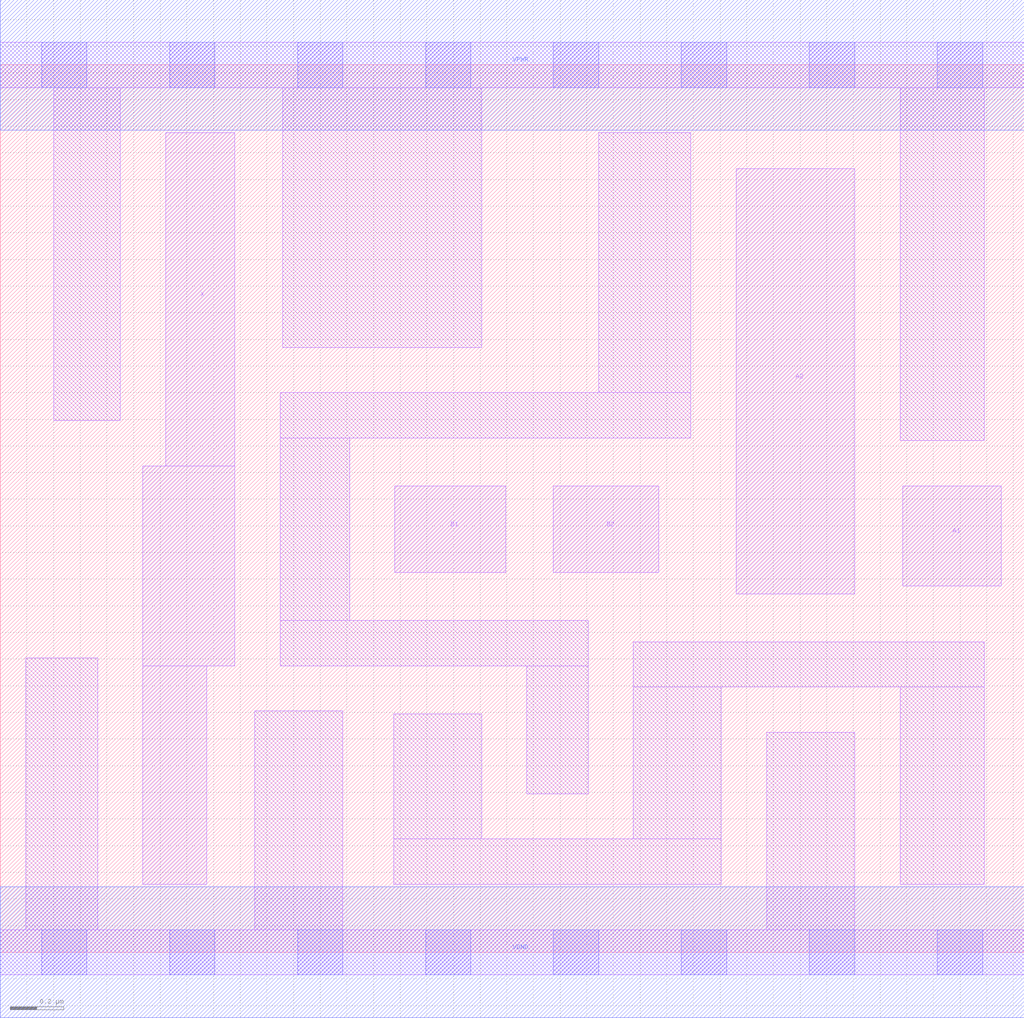
<source format=lef>
# Copyright 2020 The SkyWater PDK Authors
#
# Licensed under the Apache License, Version 2.0 (the "License");
# you may not use this file except in compliance with the License.
# You may obtain a copy of the License at
#
#     https://www.apache.org/licenses/LICENSE-2.0
#
# Unless required by applicable law or agreed to in writing, software
# distributed under the License is distributed on an "AS IS" BASIS,
# WITHOUT WARRANTIES OR CONDITIONS OF ANY KIND, either express or implied.
# See the License for the specific language governing permissions and
# limitations under the License.
#
# SPDX-License-Identifier: Apache-2.0

VERSION 5.7 ;
  NAMESCASESENSITIVE ON ;
  NOWIREEXTENSIONATPIN ON ;
  DIVIDERCHAR "/" ;
  BUSBITCHARS "[]" ;
UNITS
  DATABASE MICRONS 200 ;
END UNITS
MACRO sky130_fd_sc_lp__o22a_2
  CLASS CORE ;
  FOREIGN sky130_fd_sc_lp__o22a_2 ;
  ORIGIN  0.000000  0.000000 ;
  SIZE  3.840000 BY  3.330000 ;
  SYMMETRY X Y R90 ;
  SITE unit ;
  PIN A1
    ANTENNAGATEAREA  0.315000 ;
    DIRECTION INPUT ;
    USE SIGNAL ;
    PORT
      LAYER li1 ;
        RECT 3.385000 1.375000 3.755000 1.750000 ;
    END
  END A1
  PIN A2
    ANTENNAGATEAREA  0.315000 ;
    DIRECTION INPUT ;
    USE SIGNAL ;
    PORT
      LAYER li1 ;
        RECT 2.760000 1.345000 3.205000 2.940000 ;
    END
  END A2
  PIN B1
    ANTENNAGATEAREA  0.315000 ;
    DIRECTION INPUT ;
    USE SIGNAL ;
    PORT
      LAYER li1 ;
        RECT 1.480000 1.425000 1.895000 1.750000 ;
    END
  END B1
  PIN B2
    ANTENNAGATEAREA  0.315000 ;
    DIRECTION INPUT ;
    USE SIGNAL ;
    PORT
      LAYER li1 ;
        RECT 2.075000 1.425000 2.470000 1.750000 ;
    END
  END B2
  PIN X
    ANTENNADIFFAREA  0.588000 ;
    DIRECTION OUTPUT ;
    USE SIGNAL ;
    PORT
      LAYER li1 ;
        RECT 0.535000 0.255000 0.775000 1.075000 ;
        RECT 0.535000 1.075000 0.880000 1.825000 ;
        RECT 0.620000 1.825000 0.880000 3.075000 ;
    END
  END X
  PIN VGND
    DIRECTION INOUT ;
    USE GROUND ;
    PORT
      LAYER met1 ;
        RECT 0.000000 -0.245000 3.840000 0.245000 ;
    END
  END VGND
  PIN VPWR
    DIRECTION INOUT ;
    USE POWER ;
    PORT
      LAYER met1 ;
        RECT 0.000000 3.085000 3.840000 3.575000 ;
    END
  END VPWR
  OBS
    LAYER li1 ;
      RECT 0.000000 -0.085000 3.840000 0.085000 ;
      RECT 0.000000  3.245000 3.840000 3.415000 ;
      RECT 0.095000  0.085000 0.365000 1.105000 ;
      RECT 0.200000  1.995000 0.450000 3.245000 ;
      RECT 0.955000  0.085000 1.285000 0.905000 ;
      RECT 1.050000  1.075000 2.205000 1.245000 ;
      RECT 1.050000  1.245000 1.310000 1.930000 ;
      RECT 1.050000  1.930000 2.590000 2.100000 ;
      RECT 1.060000  2.270000 1.805000 3.245000 ;
      RECT 1.475000  0.255000 2.705000 0.425000 ;
      RECT 1.475000  0.425000 1.805000 0.895000 ;
      RECT 1.975000  0.595000 2.205000 1.075000 ;
      RECT 2.245000  2.100000 2.590000 3.075000 ;
      RECT 2.375000  0.425000 2.705000 0.995000 ;
      RECT 2.375000  0.995000 3.690000 1.165000 ;
      RECT 2.875000  0.085000 3.205000 0.825000 ;
      RECT 3.375000  0.255000 3.690000 0.995000 ;
      RECT 3.375000  1.920000 3.690000 3.245000 ;
    LAYER mcon ;
      RECT 0.155000 -0.085000 0.325000 0.085000 ;
      RECT 0.155000  3.245000 0.325000 3.415000 ;
      RECT 0.635000 -0.085000 0.805000 0.085000 ;
      RECT 0.635000  3.245000 0.805000 3.415000 ;
      RECT 1.115000 -0.085000 1.285000 0.085000 ;
      RECT 1.115000  3.245000 1.285000 3.415000 ;
      RECT 1.595000 -0.085000 1.765000 0.085000 ;
      RECT 1.595000  3.245000 1.765000 3.415000 ;
      RECT 2.075000 -0.085000 2.245000 0.085000 ;
      RECT 2.075000  3.245000 2.245000 3.415000 ;
      RECT 2.555000 -0.085000 2.725000 0.085000 ;
      RECT 2.555000  3.245000 2.725000 3.415000 ;
      RECT 3.035000 -0.085000 3.205000 0.085000 ;
      RECT 3.035000  3.245000 3.205000 3.415000 ;
      RECT 3.515000 -0.085000 3.685000 0.085000 ;
      RECT 3.515000  3.245000 3.685000 3.415000 ;
  END
END sky130_fd_sc_lp__o22a_2
END LIBRARY

</source>
